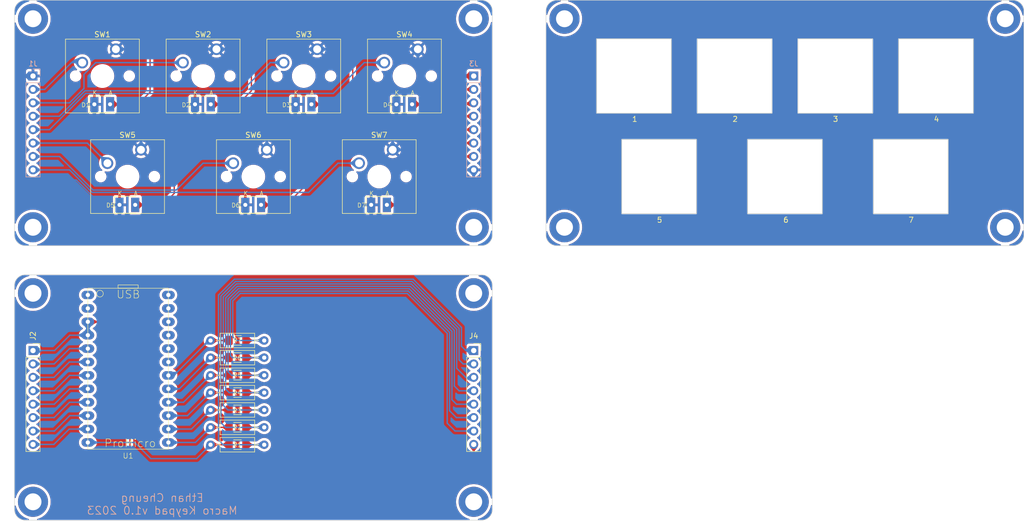
<source format=kicad_pcb>
(kicad_pcb (version 20221018) (generator pcbnew)
  (layers (0 "F.Cu" signal) (31 "B.Cu" signal) (34 "B.Paste" user) (35 "F.Paste" user) (36 "B.SilkS" user "B.Silkscreen") (37 "F.SilkS" user "F.Silkscreen") (38 "B.Mask" user) (39 "F.Mask" user) (44 "Edge.Cuts" user))
  (net 0 "")
  (net 3 "/SW1")
  (net 4 "/GND - SW and LEDs")
  (net 5 "GND")
  (net 6 "Net-(J2-Pin_7)")
  (net 7 "Net-(U1-9)")
  (net 8 "Net-(U1-10)")
  (net 15 "Net-(J2-Pin_2)")
  (net 16 "Net-(J2-Pin_3)")
  (net 17 "Net-(J2-Pin_4)")
  (net 18 "Net-(J2-Pin_5)")
  (net 19 "Net-(J2-Pin_6)")
  (net 20 "Net-(U1-16)")
  (net 21 "Net-(U1-14)")
  (net 22 "Net-(U1-15)")
  (net 23 "Net-(J4-Pin_1)")
  (net 24 "Net-(J4-Pin_2)")
  (net 25 "Net-(J4-Pin_3)")
  (net 26 "Net-(J4-Pin_4)")
  (net 27 "Net-(J4-Pin_5)")
  (net 28 "Net-(J4-Pin_6)")
  (net 29 "Net-(J2-Pin_8)")
  (net 30 "Net-(U1-A0)")
  (net 31 "Net-(U1-A1)")
  (net 32 "Net-(J4-Pin_7)")
  (net 33 "/SW2")
  (net 34 "/SW3")
  (net 35 "/SW4")
  (net 36 "/SW5")
  (net 37 "/SW6")
  (net 38 "/SW7")
  (net 39 "/LED1")
  (net 40 "/LED2")
  (net 41 "/LED3")
  (net 42 "/LED4")
  (net 43 "/LED5")
  (net 44 "/LED6")
  (net 45 "/LED7")
  (footprint "myLibrary:SW_Cherry_MX_1.00u_PCB_with SMD LED.kicad_AO" (layer "F.Cu") (at 97.79 48.26)
    (fp_text reference "SW2")
    (fp_text value "SW_CherryMX_with_SMD_LED_ao")
  )
  (footprint "MountingHole:MountingHole_3.2mm_M3_ISO7380_Pad_TopBottom" (layer "F.Cu") (at 63.063 81.989)
    (fp_text reference "REF**" hide)
    (fp_text value "MountingHole_3.2mm_M3_ISO7380_Pad_TopBottom" hide)
  )
  (footprint "myLibrary:R_Axial_DIN0207_L6.3mm_D2.5mm_P10.16mm_Horizontal" (layer "F.Cu") (at 96.66 106.684)
    (fp_text reference "R6")
    (fp_text value "1k" hide)
  )
  (footprint "MountingHole:MountingHole_3.2mm_M3_ISO7380_Pad_TopBottom" (layer "F.Cu") (at 146.463 42.489)
    (fp_text reference "REF**" hide)
    (fp_text value "MountingHole_3.2mm_M3_ISO7380_Pad_TopBottom" hide)
  )
  (footprint "myLibrary:SW_Cherry_MX_1.00u_PCB_with SMD LED.kicad_AO" (layer "F.Cu") (at 135.89 48.26)
    (fp_text reference "SW4")
    (fp_text value "SW_CherryMX_with_SMD_LED_ao")
  )
  (footprint "MountingHole:MountingHole_3.2mm_M3_ISO7380_Pad_TopBottom" (layer "F.Cu") (at 146.463 133.989)
    (fp_text reference "REF**" hide)
    (fp_text value "MountingHole_3.2mm_M3_ISO7380_Pad_TopBottom" hide)
  )
  (footprint "MountingHole:MountingHole_3.2mm_M3_ISO7380_Pad_TopBottom" (layer "F.Cu") (at 247.039 81.989)
    (fp_text reference "REF**" hide)
    (fp_text value "MountingHole_3.2mm_M3_ISO7380_Pad_TopBottom" hide)
  )
  (footprint "MountingHole:MountingHole_3.2mm_M3_ISO7380_Pad_TopBottom" (layer "F.Cu") (at 146.463 81.989)
    (fp_text reference "REF**" hide)
    (fp_text value "MountingHole_3.2mm_M3_ISO7380_Pad_TopBottom" hide)
  )
  (footprint "MountingHole:MountingHole_3.2mm_M3_ISO7380_Pad_TopBottom" (layer "F.Cu") (at 63.063 133.989)
    (fp_text reference "REF**" hide)
    (fp_text value "MountingHole_3.2mm_M3_ISO7380_Pad_TopBottom" hide)
  )
  (footprint "MountingHole:MountingHole_3.2mm_M3_ISO7380_Pad_TopBottom" (layer "F.Cu") (at 63.063 42.489)
    (fp_text reference "REF**" hide)
    (fp_text value "MountingHole_3.2mm_M3_ISO7380_Pad_TopBottom" hide)
  )
  (footprint "myLibrary:R_Axial_DIN0207_L6.3mm_D2.5mm_P10.16mm_Horizontal" (layer "F.Cu") (at 96.66 110.018)
    (fp_text reference "R5")
    (fp_text value "1k" hide)
  )
  (footprint "myLibrary:SW_Cherry_MX_1.00u_PCB_with SMD LED.kicad_AO" (layer "F.Cu") (at 78.74 48.26)
    (fp_text reference "SW1")
    (fp_text value "SW_CherryMX_with_SMD_LED_ao")
  )
  (footprint "MountingHole:MountingHole_3.2mm_M3_ISO7380_Pad_TopBottom" (layer "F.Cu") (at 163.639 42.489)
    (fp_text reference "REF**" hide)
    (fp_text value "MountingHole_3.2mm_M3_ISO7380_Pad_TopBottom" hide)
  )
  (footprint "myLibrary:SW_Cherry_MX_1.00u_PCB_with SMD LED.kicad_AO" (layer "F.Cu") (at 83.496 67.31)
    (fp_text reference "SW5")
    (fp_text value "SW_CherryMX_with_SMD_LED_ao")
  )
  (footprint "MountingHole:MountingHole_3.2mm_M3_ISO7380_Pad_TopBottom" (layer "F.Cu") (at 247.039 42.489)
    (fp_text reference "REF**" hide)
    (fp_text value "MountingHole_3.2mm_M3_ISO7380_Pad_TopBottom" hide)
  )
  (footprint "myLibrary:R_Axial_DIN0207_L6.3mm_D2.5mm_P10.16mm_Horizontal" (layer "F.Cu") (at 96.66 103.438)
    (fp_text reference "R7")
    (fp_text value "1k" hide)
  )
  (footprint "myLibrary:SW_Cherry_MX_1.00u_PCB_with SMD LED.kicad_AO" (layer "F.Cu") (at 116.84 48.26)
    (fp_text reference "SW3")
    (fp_text value "SW_CherryMX_with_SMD_LED_ao")
  )
  (footprint "myLibrary:R_Axial_DIN0207_L6.3mm_D2.5mm_P10.16mm_Horizontal" (layer "F.Cu") (at 96.66 116.598)
    (fp_text reference "R3")
    (fp_text value "1k" hide)
  )
  (footprint "MountingHole:MountingHole_3.2mm_M3_ISO7380_Pad_TopBottom" (layer "F.Cu") (at 63.063 94.489)
    (fp_text reference "REF**" hide)
    (fp_text value "MountingHole_3.2mm_M3_ISO7380_Pad_TopBottom" hide)
  )
  (footprint "Connector_PinSocket_2.54mm:PinSocket_1x08_P2.54mm_Vertical" (layer "F.Cu") (at 146.463 105.34)
    (fp_text reference "J4")
    (fp_text value "Conn_01x08_Socket")
  )
  (footprint "MountingHole:MountingHole_3.2mm_M3_ISO7380_Pad_TopBottom" (layer "F.Cu") (at 146.463 94.489)
    (fp_text reference "REF**" hide)
    (fp_text value "MountingHole_3.2mm_M3_ISO7380_Pad_TopBottom" hide)
  )
  (footprint "Connector_PinSocket_2.54mm:PinSocket_1x08_P2.54mm_Vertical" (layer "F.Cu") (at 63.063 105.34)
    (fp_text reference "J2")
    (fp_text value "Conn_01x08_Socket" hide)
  )
  (footprint "myLibrary:R_Axial_DIN0207_L6.3mm_D2.5mm_P10.16mm_Horizontal" (layer "F.Cu") (at 96.66 123.178)
    (fp_text reference "R1")
    (fp_text value "1k" hide)
  )
  (footprint "myLibrary:SW_Cherry_MX_1.00u_PCB_with SMD LED.kicad_AO" (layer "F.Cu") (at 107.308 67.31)
    (fp_text reference "SW6")
    (fp_text value "SW_CherryMX_with_SMD_LED_ao")
  )
  (footprint "MountingHole:MountingHole_3.2mm_M3_ISO7380_Pad_TopBottom" (layer "F.Cu") (at 163.639 81.989)
    (fp_text reference "REF**" hide)
    (fp_text value "MountingHole_3.2mm_M3_ISO7380_Pad_TopBottom" hide)
  )
  (footprint "myLibrary:ArduinoMicroCompatibleBoard" (layer "F.Cu") (at 81.063 126.5615)
    (fp_text reference "U1")
    (fp_text value "~" hide)
  )
  (footprint "myLibrary:SW_Cherry_MX_1.00u_PCB_with SMD LED.kicad_AO" (layer "F.Cu") (at 131.121 67.31)
    (fp_text reference "SW7")
    (fp_text value "SW_CherryMX_with_SMD_LED_ao")
  )
  (footprint "myLibrary:R_Axial_DIN0207_L6.3mm_D2.5mm_P10.16mm_Horizontal" (layer "F.Cu") (at 96.66 119.888)
    (fp_text reference "R2")
    (fp_text value "1k" hide)
  )
  (footprint "myLibrary:R_Axial_DIN0207_L6.3mm_D2.5mm_P10.16mm_Horizontal" (layer "F.Cu") (at 96.66 113.308)
    (fp_text reference "R4")
    (fp_text value "1k" hide)
  )
  (footprint "Connector_PinHeader_2.54mm:PinHeader_1x08_P2.54mm_Vertical" (layer "B.Cu") (at 146.463 53.34 180)
    (fp_text reference "J3")
    (fp_text value "Conn_01x08_Pin")
  )
  (footprint "Connector_PinHeader_2.54mm:PinHeader_1x08_P2.54mm_Vertical" (layer "B.Cu") (at 63.063 53.34 180)
    (fp_text reference "J1")
    (fp_text value "Conn_01x08_Pin")
  )
  (gr_arc (start 59.563 93.021) (mid 60.158159 91.584159) (end 61.595 90.989) (stroke (width 0.1)) (layer "Edge.Cuts"))
  (gr_line (start 160.139 41.021) (end 160.139 83.439) (stroke (width 0.1)) (layer "Edge.Cuts"))
  (gr_line (start 59.563 41.021) (end 59.563 83.439) (stroke (width 0.1)) (layer "Edge.Cuts"))
  (gr_arc (start 149.987 135.439) (mid 149.391841 136.875841) (end 147.955 137.471) (stroke (width 0.1)) (layer "Edge.Cuts"))
  (gr_line (start 248.531 38.989) (end 162.171 38.989) (stroke (width 0.1)) (layer "Edge.Cuts"))
  (gr_rect (start 226.863 46.289) (end 241.013 60.389) (stroke (width 0.15)) (fill none) (layer "Edge.Cuts"))
  (gr_line (start 250.563 83.439) (end 250.563 41.021) (stroke (width 0.1)) (layer "Edge.Cuts"))
  (gr_arc (start 147.955 90.989) (mid 149.391841 91.584159) (end 149.987 93.021) (stroke (width 0.1)) (layer "Edge.Cuts"))
  (gr_line (start 59.563 93.021) (end 59.563 135.439) (stroke (width 0.1)) (layer "Edge.Cuts"))
  (gr_rect (start 222.094 65.339) (end 236.244 79.439) (stroke (width 0.15)) (fill none) (layer "Edge.Cuts"))
  (gr_arc (start 248.531 38.989) (mid 249.967841 39.584159) (end 250.563 41.021) (stroke (width 0.1)) (layer "Edge.Cuts"))
  (gr_arc (start 250.563 83.439) (mid 249.967841 84.875841) (end 248.531 85.471) (stroke (width 0.1)) (layer "Edge.Cuts"))
  (gr_rect (start 188.763 46.289) (end 202.913 60.389) (stroke (width 0.15)) (fill none) (layer "Edge.Cuts"))
  (gr_line (start 61.595 85.471) (end 147.955 85.471) (stroke (width 0.1)) (layer "Edge.Cuts"))
  (gr_arc (start 61.595 137.471) (mid 60.158159 136.875841) (end 59.563 135.439) (stroke (width 0.1)) (layer "Edge.Cuts"))
  (gr_rect (start 169.713 46.289) (end 183.863 60.389) (stroke (width 0.15)) (fill none) (layer "Edge.Cuts"))
  (gr_line (start 61.595 137.471) (end 147.955 137.471) (stroke (width 0.1)) (layer "Edge.Cuts"))
  (gr_line (start 162.171 85.471) (end 248.531 85.471) (stroke (width 0.1)) (layer "Edge.Cuts"))
  (gr_arc (start 149.987 83.439) (mid 149.391841 84.87584) (end 147.955 85.471) (stroke (width 0.1)) (layer "Edge.Cuts"))
  (gr_line (start 149.987 83.439) (end 149.987 41.021) (stroke (width 0.1)) (layer "Edge.Cuts"))
  (gr_arc (start 59.563 41.021) (mid 60.158159 39.584159) (end 61.595 38.989) (stroke (width 0.1)) (layer "Edge.Cuts"))
  (gr_arc (start 147.955 38.989) (mid 149.39184 39.584159) (end 149.987 41.021) (stroke (width 0.1)) (layer "Edge.Cuts"))
  (gr_rect (start 207.813 46.289) (end 221.963 60.389) (stroke (width 0.15)) (fill none) (layer "Edge.Cuts"))
  (gr_line (start 147.955 90.989) (end 61.595 90.989) (stroke (width 0.1)) (layer "Edge.Cuts"))
  (gr_line (start 149.987 135.439) (end 149.987 93.021) (stroke (width 0.1)) (layer "Edge.Cuts"))
  (gr_rect (start 174.469 65.339) (end 188.619 79.439) (stroke (width 0.15)) (fill none) (layer "Edge.Cuts"))
  (gr_line (start 147.955 38.989) (end 61.595 38.989) (stroke (width 0.1)) (layer "Edge.Cuts"))
  (gr_arc (start 61.595 85.471) (mid 60.158159 84.875841) (end 59.563 83.439) (stroke (width 0.1)) (layer "Edge.Cuts"))
  (gr_arc (start 162.171 85.471) (mid 160.734159 84.875841) (end 160.139 83.439) (stroke (width 0.1)) (layer "Edge.Cuts"))
  (gr_arc (start 160.139 41.021) (mid 160.734159 39.584159) (end 162.171 38.989) (stroke (width 0.1)) (layer "Edge.Cuts"))
  (gr_rect (start 198.281 65.339) (end 212.431 79.439) (stroke (width 0.15)) (fill none) (layer "Edge.Cuts"))
  (gr_text "Ethan Cheung\nMacro Keypad v1.0 2023" (at 87.503 136.525) (layer "B.SilkS") (effects (font (size 1.5 1.5)) (justify bottom mirror)))
  (gr_text "D7" (at 124.363 78.289) (layer "F.SilkS") (effects (font (size 0.8 0.8) (thickness 0.1)) (justify left bottom)))
  (gr_text "7" (at 228.663 81.189) (layer "F.SilkS") (effects (font (size 1 1)) (justify left bottom)))
  (gr_text "5" (at 181.063 81.189) (layer "F.SilkS") (effects (font (size 1 1)) (justify left bottom)))
  (gr_text "4" (at 233.463 62.089) (layer "F.SilkS") (effects (font (size 1 1)) (justify left bottom)))
  (gr_text "D2" (at 91.163 59.289) (layer "F.SilkS") (effects (font (size 0.8 0.8) (thickness 0.1)) (justify left bottom)))
  (gr_text "2" (at 195.363 62.089) (layer "F.SilkS") (effects (font (size 1 1)) (justify left bottom)))
  (gr_text "D1" (at 72.163 59.289) (layer "F.SilkS") (effects (font (size 0.8 0.8) (thickness 0.1)) (justify left bottom)))
  (gr_text "D3" (at 110.163 59.289) (layer "F.SilkS") (effects (font (size 0.8 0.8) (thickness 0.1)) (justify left bottom)))
  (gr_text "D5" (at 76.863 78.289) (layer "F.SilkS") (effects (font (size 0.8 0.8) (thickness 0.1)) (justify left bottom)))
  (gr_text "6" (at 204.963 81.189) (layer "F.SilkS") (effects (font (size 1 1)) (justify left bottom)))
  (gr_text "1" (at 176.363 62.089) (layer "F.SilkS") (effects (font (size 1 1)) (justify left bottom)))
  (gr_text "D4" (at 129.263 59.289) (layer "F.SilkS") (effects (font (size 0.8 0.8) (thickness 0.1)) (justify left bottom)))
  (gr_text "D6" (at 100.563 78.289) (layer "F.SilkS") (effects (font (size 0.8 0.8) (thickness 0.1)) (justify left bottom)))
  (gr_text "3" (at 214.363 62.089) (layer "F.SilkS") (effects (font (size 1 1)) (justify left bottom)))
  (segment (start 63.063 55.88) (end 65.278 55.88) (width 0.25) (layer "B.Cu") (net 3))
  (segment (start 65.278 55.88) (end 70.358 50.8) (width 0.25) (layer "B.Cu") (net 3))
  (segment (start 70.358 50.8) (end 72.39 50.8) (width 0.25) (layer "B.Cu") (net 3))
  (segment (start 101.981 81.153) (end 125.73 81.153) (width 0.25) (layer "B.Cu") (net 4))
  (segment (start 80.391 81.153) (end 80.645 81.153) (width 0.25) (layer "B.Cu") (net 4))
  (segment (start 127.0565 80.3345) (end 127.0565 77.744) (width 0.25) (layer "B.Cu") (net 4))
  (segment (start 93.7255 60.5795) (end 92.329 61.976) (width 0.25) (layer "B.Cu") (net 4))
  (segment (start 74.6755 58.694) (end 74.6755 60.8325) (width 0.25) (layer "B.Cu") (net 4))
  (segment (start 92.329 61.976) (end 105.791 61.976) (width 0.25) (layer "B.Cu") (net 4))
  (segment (start 111.252 61.976) (end 130.048 61.976) (width 0.25) (layer "B.Cu") (net 4))
  (segment (start 61.087 73.025) (end 71.244208 73.025) (width 0.25) (layer "B.Cu") (net 4))
  (segment (start 134.62 56.261) (end 132.334 56.261) (width 0.25) (layer "B.Cu") (net 4))
  (segment (start 80.645 81.153) (end 101.981 81.153) (width 0.25) (layer "B.Cu") (net 4))
  (segment (start 79.4315 80.1935) (end 80.391 81.153) (width 0.25) (layer "B.Cu") (net 4))
  (segment (start 61.214 53.34) (end 60.579 53.975) (width 0.25) (layer "B.Cu") (net 4))
  (segment (start 146.463 71.12) (end 142.875 71.12) (width 0.25) (layer "B.Cu") (net 4))
  (segment (start 60.579 53.975) (end 60.579 72.517) (width 0.25) (layer "B.Cu") (net 4))
  (segment (start 139.827 81.153) (end 146.463 74.517) (width 0.25) (layer "B.Cu") (net 4))
  (segment (start 131.064 61.976) (end 131.8255 61.2145) (width 0.25) (layer "B.Cu") (net 4))
  (segment (start 136.398 54.483) (end 134.62 56.261) (width 0.25) (layer "B.Cu") (net 4))
  (segment (start 131.8255 61.2145) (end 131.8255 58.694) (width 0.25) (layer "B.Cu") (net 4))
  (segment (start 83.496 63.176) (end 82.296 61.976) (width 0.25) (layer "B.Cu") (net 4))
  (segment (start 139.065 67.31) (end 131.121 67.31) (width 0.25) (layer "B.Cu") (net 4))
  (segment (start 126.238 81.153) (end 127.0565 80.3345) (width 0.25) (layer "B.Cu") (net 4))
  (segment (start 103.2435 79.8905) (end 101.981 81.153) (width 0.25) (layer "B.Cu") (net 4))
  (segment (start 93.7255 58.694) (end 93.7255 60.5795) (width 0.25) (layer "B.Cu") (net 4))
  (segment (start 71.244208 73.025) (end 79.372208 81.153) (width 0.25) (layer "B.Cu") (net 4))
  (segment (start 107.308 63.493) (end 105.791 61.976) (width 0.25) (layer "B.Cu") (net 4))
  (segment (start 79.4315 77.744) (end 79.4315 80.1935) (width 0.25) (layer "B.Cu") (net 4))
  (segment (start 105.791 61.976) (end 111.252 61.976) (width 0.25) (layer "B.Cu") (net 4))
  (segment (start 74.6755 60.8325) (end 75.819 61.976) (width 0.25) (layer "B.Cu") (net 4))
  (segment (start 103.2435 77.744) (end 103.2435 79.8905) (width 0.25) (layer "B.Cu") (net 4))
  (segment (start 60.579 72.517) (end 61.087 73.025) (width 0.25) (layer "B.Cu") (net 4))
  (segment (start 78.74 48.26) (end 97.79 48.26) (width 0.25) (layer "B.Cu") (net 4))
  (segment (start 146.463 74.517) (end 146.463 71.12) (width 0.25) (layer "B.Cu") (net 4))
  (segment (start 75.819 61.976) (end 82.296 61.976) (width 0.25) (layer "B.Cu") (net 4))
  (segment (start 131.121 63.049) (end 130.048 61.976) (width 0.25) (layer "B.Cu") (net 4))
  (segment (start 83.496 67.31) (end 83.496 63.176) (width 0.25) (layer "B.Cu") (net 4))
  (segment (start 97.79 48.26) (end 116.84 48.26) (width 0.25) (layer "B.Cu") (net 4))
  (segment (start 112.7755 60.4525) (end 111.252 61.976) (width 0.25) (layer "B.Cu") (net 4))
  (segment (start 125.73 81.153) (end 126.238 81.153) (width 0.25) (layer "B.Cu") (net 4))
  (segment (start 131.8255 56.7695) (end 131.8255 58.694) (width 0.25) (layer "B.Cu") (net 4))
  (segment (start 142.875 71.12) (end 139.065 67.31) (width 0.25) (layer "B.Cu") (net 4))
  (segment (start 107.308 67.31) (end 107.308 63.493) (width 0.25) (layer "B.Cu") (net 4))
  (segment (start 135.89 50.419) (end 136.398 50.927) (width 0.25) (layer "B.Cu") (net 4))
  (segment (start 125.73 81.153) (end 139.827 81.153) (width 0.25) (layer "B.Cu") (net 4))
  (segment (start 116.84 48.26) (end 135.89 48.26) (width 0.25) (layer "B.Cu") (net 4))
  (segment (start 131.121 67.31) (end 131.121 63.049) (width 0.25) (layer "B.Cu") (net 4))
  (segment (start 82.296 61.976) (end 92.329 61.976) (width 0.25) (layer "B.Cu") (net 4))
  (segment (start 79.372208 81.153) (end 80.645 81.153) (width 0.25) (layer "B.Cu") (net 4))
  (segment (start 63.063 53.34) (end 61.214 53.34) (width 0.25) (layer "B.Cu") (net 4))
  (segment (start 136.398 50.927) (end 136.398 54.483) (width 0.25) (layer "B.Cu") (net 4))
  (segment (start 132.334 56.261) (end 131.8255 56.7695) (width 0.25) (layer "B.Cu") (net 4))
  (segment (start 135.89 48.26) (end 135.89 50.419) (width 0.25) (layer "B.Cu") (net 4))
  (segment (start 112.7755 58.694) (end 112.7755 60.4525) (width 0.25) (layer "B.Cu") (net 4))
  (segment (start 130.048 61.976) (end 131.064 61.976) (width 0.25) (layer "B.Cu") (net 4))
  (segment (start 83.439 128.143) (end 144.399 128.143) (width 0.25) (layer "F.Cu") (net 5))
  (segment (start 73.443 99.8915) (end 79.5715 99.8915) (width 0.25) (layer "F.Cu") (net 5))
  (segment (start 81.407 101.727) (end 81.407 126.111) (width 0.25) (layer "F.Cu") (net 5))
  (segment (start 79.5715 99.8915) (end 81.407 101.727) (width 0.25) (layer "F.Cu") (net 5))
  (segment (start 144.399 128.143) (end 146.463 126.079) (width 0.25) (layer "F.Cu") (net 5))
  (segment (start 146.463 126.079) (end 146.463 123.12) (width 0.25) (layer "F.Cu") (net 5))
  (segment (start 81.407 126.111) (end 83.439 128.143) (width 0.25) (layer "F.Cu") (net 5))
  (segment (start 63.063 105.34) (end 67.137 105.34) (width 0.25) (layer "B.Cu") (net 5))
  (segment (start 73.443 99.8915) (end 73.443 102.4315) (width 0.25) (layer "B.Cu") (net 5))
  (segment (start 70.0455 102.4315) (end 73.443 102.4315) (width 0.25) (layer "B.Cu") (net 5))
  (segment (start 67.137 105.34) (end 70.0455 102.4315) (width 0.25) (layer "B.Cu") (net 5))
  (segment (start 70.0305 117.6715) (end 73.443 117.6715) (width 0.25) (layer "B.Cu") (net 6))
  (segment (start 63.063 120.58) (end 67.054 120.58) (width 0.25) (layer "B.Cu") (net 6))
  (segment (start 67.054 120.58) (end 67.088 120.614) (width 0.25) (layer "B.Cu") (net 6))
  (segment (start 67.088 120.614) (end 70.0305 117.6715) (width 0.25) (layer "B.Cu") (net 6))
  (segment (start 96.66 123.178) (end 100.19 123.178) (width 0.25) (layer "F.Cu") (net 7))
  (segment (start 100.19 123.178) (end 100.21 123.158) (width 0.25) (layer "F.Cu") (net 7))
  (segment (start 82.3005 122.7515) (end 85.363 125.814) (width 0.25) (layer "B.Cu") (net 7))
  (segment (start 73.443 122.7515) (end 82.3005 122.7515) (width 0.25) (layer "B.Cu") (net 7))
  (segment (start 85.363 125.814) (end 94.024 125.814) (width 0.25) (layer "B.Cu") (net 7))
  (segment (start 94.024 125.814) (end 96.66 123.178) (width 0.25) (layer "B.Cu") (net 7))
  (segment (start 100.21 119.868) (end 100.19 119.888) (width 0.25) (layer "F.Cu") (net 8))
  (segment (start 100.19 119.888) (end 96.66 119.888) (width 0.25) (layer "F.Cu") (net 8))
  (segment (start 88.683 122.7515) (end 93.7965 122.7515) (width 0.25) (layer "B.Cu") (net 8))
  (segment (start 93.7965 122.7515) (end 96.66 119.888) (width 0.25) (layer "B.Cu") (net 8))
  (segment (start 63.063 107.88) (end 67.072 107.88) (width 0.25) (layer "B.Cu") (net 15))
  (segment (start 67.072 107.88) (end 69.9805 104.9715) (width 0.25) (layer "B.Cu") (net 15))
  (segment (start 69.9805 104.9715) (end 73.443 104.9715) (width 0.25) (layer "B.Cu") (net 15))
  (segment (start 67.032 110.42) (end 69.9405 107.5115) (width 0.25) (layer "B.Cu") (net 16))
  (segment (start 69.9405 107.5115) (end 73.443 107.5115) (width 0.25) (layer "B.Cu") (net 16))
  (segment (start 63.063 110.42) (end 67.032 110.42) (width 0.25) (layer "B.Cu") (net 16))
  (segment (start 67.092 112.96) (end 70.0005 110.0515) (width 0.25) (layer "B.Cu") (net 17))
  (segment (start 63.063 112.96) (end 67.092 112.96) (width 0.25) (layer "B.Cu") (net 17))
  (segment (start 70.0005 110.0515) (end 73.443 110.0515) (width 0.25) (layer "B.Cu") (net 17))
  (segment (start 67.102 115.5) (end 69.988 112.614) (width 0.25) (layer "B.Cu") (net 18))
  (segment (start 70.038 112.614) (end 70.0605 112.5915) (width 0.25) (layer "B.Cu") (net 18))
  (segment (start 69.988 112.614) (end 70.038 112.614) (width 0.25) (layer "B.Cu") (net 18))
  (segment (start 63.063 115.5) (end 67.102 115.5) (width 0.25) (layer "B.Cu") (net 18))
  (segment (start 70.0605 112.5915) (end 73.443 112.5915) (width 0.25) (layer "B.Cu") (net 18))
  (segment (start 69.9705 115.1315) (end 73.443 115.1315) (width 0.25) (layer "B.Cu") (net 19))
  (segment (start 67.014 118.04) (end 67.038 118.064) (width 0.25) (layer "B.Cu") (net 19))
  (segment (start 67.038 118.064) (end 69.9705 115.1315) (width 0.25) (layer "B.Cu") (net 19))
  (segment (start 63.063 118.04) (end 67.014 118.04) (width 0.25) (layer "B.Cu") (net 19))
  (segment (start 100.19 116.598) (end 100.21 116.578) (width 0.25) (layer "F.Cu") (net 20))
  (segment (start 96.66 116.598) (end 100.19 116.598) (width 0.25) (layer "F.Cu") (net 20))
  (segment (start 88.683 120.2115) (end 93.0465 120.2115) (width 0.25) (layer "B.Cu") (net 20))
  (segment (start 93.0465 120.2115) (end 96.66 116.598) (width 0.25) (layer "B.Cu") (net 20))
  (segment (start 100.19 113.308) (end 96.66 113.308) (width 0.25) (layer "F.Cu") (net 21))
  (segment (start 100.21 113.288) (end 100.19 113.308) (width 0.25) (layer "F.Cu") (net 21))
  (segment (start 88.683 117.6715) (end 92.2965 117.6715) (width 0.25) (layer "B.Cu") (net 21))
  (segment (start 92.2965 117.6715) (end 96.66 113.308) (width 0.25) (layer "B.Cu") (net 21))
  (segment (start 100.21 109.998) (end 100.19 110.018) (width 0.25) (layer "F.Cu") (net 22))
  (segment (start 100.19 110.018) (end 96.66 110.018) (width 0.25) (layer "F.Cu") (net 22))
  (segment (start 91.5465 115.1315) (end 96.66 110.018) (width 0.25) (layer "B.Cu") (net 22))
  (segment (start 88.683 115.1315) (end 91.5465 115.1315) (width 0.25) (layer "B.Cu") (net 22))
  (segment (start 103.31 123.158) (end 103.33 123.178) (width 0.25) (layer "F.Cu") (net 23))
  (segment (start 103.33 123.178) (end 106.82 123.178) (width 0.25) (layer "F.Cu") (net 23))
  (segment (start 144.964 105.34) (end 144.145 104.521) (width 0.25) (layer "B.Cu") (net 23))
  (segment (start 98.171 94.821208) (end 98.171 122.301) (width 0.25) (layer "B.Cu") (net 23))
  (segment (start 144.145 104.521) (end 144.145 100.965) (width 0.25) (layer "B.Cu") (net 23))
  (segment (start 144.145 100.965) (end 135.001 91.821) (width 0.25) (layer "B.Cu") (net 23))
  (segment (start 146.463 105.34) (end 144.964 105.34) (width 0.25) (layer "B.Cu") (net 23))
  (segment (start 98.171 122.301) (end 99.048 123.178) (width 0.25) (layer "B.Cu") (net 23))
  (segment (start 101.171208 91.821) (end 98.171 94.821208) (width 0.25) (layer "B.Cu") (net 23))
  (segment (start 135.001 91.821) (end 101.171208 91.821) (width 0.25) (layer "B.Cu") (net 23))
  (segment (start 99.048 123.178) (end 106.82 123.178) (width 0.25) (layer "B.Cu") (net 23))
  (segment (start 103.31 119.868) (end 103.33 119.888) (width 0.25) (layer "F.Cu") (net 24))
  (segment (start 103.33 119.888) (end 106.82 119.888) (width 0.25) (layer "F.Cu") (net 24))
  (segment (start 98.621 95.007604) (end 98.621 118.999) (width 0.25) (layer "B.Cu") (net 24))
  (segment (start 99.51 119.888) (end 106.82 119.888) (width 0.25) (layer "B.Cu") (net 24))
  (segment (start 134.814604 92.271) (end 101.357604 92.271) (width 0.25) (layer "B.Cu") (net 24))
  (segment (start 143.695 107.119) (end 143.695 101.151396) (width 0.25) (layer "B.Cu") (net 24))
  (segment (start 143.695 101.151396) (end 134.814604 92.271) (width 0.25) (layer "B.Cu") (net 24))
  (segment (start 101.357604 92.271) (end 98.621 95.007604) (width 0.25) (layer "B.Cu") (net 24))
  (segment (start 98.621 118.999) (end 99.51 119.888) (width 0.25) (layer "B.Cu") (net 24))
  (segment (start 144.456 107.88) (end 143.695 107.119) (width 0.25) (layer "B.Cu") (net 24))
  (segment (start 146.463 107.88) (end 144.456 107.88) (width 0.25) (layer "B.Cu") (net 24))
  (segment (start 103.31 116.578) (end 103.33 116.598) (width 0.25) (layer "F.Cu") (net 25))
  (segment (start 103.33 116.598) (end 106.82 116.598) (width 0.25) (layer "F.Cu") (net 25))
  (segment (start 143.245 101.337792) (end 134.628208 92.721) (width 0.25) (layer "B.Cu") (net 25))
  (segment (start 99.3715 116.0205) (end 99.949 116.598) (width 0.25) (layer "B.Cu") (net 25))
  (segment (start 99.071 115.72) (end 99.3715 116.0205) (width 0.25) (layer "B.Cu") (net 25))
  (segment (start 144.964 110.42) (end 143.245 108.701) (width 0.25) (layer "B.Cu") (net 25))
  (segment (start 101.544 92.721) (end 99.071 95.194) (width 0.25) (layer "B.Cu") (net 25))
  (segment (start 134.628208 92.721) (end 101.544 92.721) (width 0.25) (layer "B.Cu") (net 25))
  (segment (start 99.071 95.194) (end 99.071 115.72) (width 0.25) (layer "B.Cu") (net 25))
  (segment (start 146.463 110.42) (end 144.964 110.42) (width 0.25) (layer "B.Cu") (net 25))
  (segment (start 143.245 108.701) (end 143.245 101.337792) (width 0.25) (layer "B.Cu") (net 25))
  (segment (start 99.949 116.598) (end 106.82 116.598) (width 0.25) (layer "B.Cu") (net 25))
  (segment (start 103.33 113.308) (end 106.82 113.308) (width 0.25) (layer "F.Cu") (net 26))
  (segment (start 103.31 113.288) (end 103.33 113.308) (width 0.25) (layer "F.Cu") (net 26))
  (segment (start 106.82 113.308) (end 100.18 113.308) (width 0.25) (layer "B.Cu") (net 26))
  (segment (start 100.18 113.308) (end 99.521 112.649) (width 0.25) (layer "B.Cu") (net 26))
  (segment (start 142.795 112.061) (end 143.694 112.96) (width 0.25) (layer "B.Cu") (net 26))
  (segment (start 142.795 101.524188) (end 142.795 112.061) (width 0.25) (layer "B.Cu") (net 26))
  (segment (start 143.694 112.96) (end 146.463 112.96) (width 0.25) (layer "B.Cu") (net 26))
  (segment (start 99.521 95.380396) (end 101.727 93.174396) (width 0.25) (layer "B.Cu") (net 26))
  (segment (start 134.445208 93.174396) (end 142.795 101.524188) (width 0.25) (layer "B.Cu") (net 26))
  (segment (start 101.727 93.174396) (end 134.445208 93.174396) (width 0.25) (layer "B.Cu") (net 26))
  (segment (start 99.521 112.649) (end 99.521 95.380396) (width 0.25) (layer "B.Cu") (net 26))
  (segment (start 106.82 110.018) (end 103.33 110.018) (width 0.25) (layer "F.Cu") (net 27))
  (segment (start 103.33 110.018) (end 103.31 109.998) (width 0.25) (layer "F.Cu") (net 27))
  (segment (start 99.971 95.566792) (end 99.971 109.347) (width 0.25) (layer "B.Cu") (net 27))
  (segment (start 146.463 115.5) (end 143.186 115.5) (width 0.25) (layer "B.Cu") (net 27))
  (segment (start 142.345 101.710584) (end 134.258812 93.624396) (width 0.25) (layer "B.Cu") (net 27))
  (segment (start 100.642 110.018) (end 106.82 110.018) (width 0.25) (layer "B.Cu") (net 27))
  (segment (start 143.186 115.5) (end 142.345 114.659) (width 0.25) (layer "B.Cu") (net 27))
  (segment (start 101.913396 93.624396) (end 99.971 95.566792) (width 0.25) (layer "B.Cu") (net 27))
  (segment (start 99.971 109.347) (end 100.642 110.018) (width 0.25) (layer "B.Cu") (net 27))
  (segment (start 142.345 114.659) (end 142.345 101.710584) (width 0.25) (layer "B.Cu") (net 27))
  (segment (start 134.258812 93.624396) (end 101.913396 93.624396) (width 0.25) (layer "B.Cu") (net 27))
  (segment (start 103.31 106.664) (end 103.33 106.684) (width 0.25) (layer "F.Cu") (net 28))
  (segment (start 103.33 106.684) (end 106.82 106.684) (width 0.25) (layer "F.Cu") (net 28))
  (segment (start 100.421 95.753188) (end 102.099792 94.074396) (width 0.25) (layer "B.Cu") (net 28))
  (segment (start 100.806 106.684) (end 100.421 106.299) (width 0.25) (layer "B.Cu") (net 28))
  (segment (start 141.895 116.749) (end 143.186 118.04) (width 0.25) (layer "B.Cu") (net 28))
  (segment (start 100.421 106.299) (end 100.421 95.753188) (width 0.25) (layer "B.Cu") (net 28))
  (segment (start 143.186 118.04) (end 146.463 118.04) (width 0.25) (layer "B.Cu") (net 28))
  (segment (start 106.82 106.684) (end 100.806 106.684) (width 0.25) (layer "B.Cu") (net 28))
  (segment (start 134.072416 94.074396) (end 141.895 101.89698) (width 0.25) (layer "B.Cu") (net 28))
  (segment (start 102.099792 94.074396) (end 134.072416 94.074396) (width 0.25) (layer "B.Cu") (net 28))
  (segment (start 141.895 101.89698) (end 141.895 116.749) (width 0.25) (layer "B.Cu") (net 28))
  (segment (start 67.007 123.12) (end 69.9155 120.2115) (width 0.25) (layer "B.Cu") (net 29))
  (segment (start 63.063 123.12) (end 67.007 123.12) (width 0.25) (layer "B.Cu") (net 29))
  (segment (start 69.9155 120.2115) (end 73.443 120.2115) (width 0.25) (layer "B.Cu") (net 29))
  (segment (start 100.19 106.684) (end 100.21 106.664) (width 0.25) (layer "F.Cu") (net 30))
  (segment (start 96.66 106.684) (end 100.19 106.684) (width 0.25) (layer "F.Cu") (net 30))
  (segment (start 90.7525 112.5915) (end 96.66 106.684) (width 0.25) (layer "B.Cu") (net 30))
  (segment (start 88.683 112.5915) (end 90.7525 112.5915) (width 0.25) (layer "B.Cu") (net 30))
  (segment (start 100.21 103.418) (end 100.19 103.438) (width 0.25) (layer "F.Cu") (net 31))
  (segment (start 100.19 103.438) (end 96.66 103.438) (width 0.25) (layer "F.Cu") (net 31))
  (segment (start 96.333 103.438) (end 96.66 103.438) (width 0.25) (layer "B.Cu") (net 31))
  (segment (start 88.683 110.0515) (end 89.7195 110.0515) (width 0.25) (layer "B.Cu") (net 31))
  (segment (start 89.7195 110.0515) (end 96.333 103.438) (width 0.25) (layer "B.Cu") (net 31))
  (segment (start 103.33 103.438) (end 103.31 103.418) (width 0.25) (layer "F.Cu") (net 32))
  (segment (start 106.82 103.438) (end 103.33 103.438) (width 0.25) (layer "F.Cu") (net 32))
  (segment (start 101.566 103.438) (end 100.871 102.743) (width 0.25) (layer "B.Cu") (net 32))
  (segment (start 106.82 103.438) (end 101.566 103.438) (width 0.25) (layer "B.Cu") (net 32))
  (segment (start 133.88602 94.524396) (end 141.445 102.083376) (width 0.25) (layer "B.Cu") (net 32))
  (segment (start 100.871 95.939584) (end 102.286188 94.524396) (width 0.25) (layer "B.Cu") (net 32))
  (segment (start 142.932 120.58) (end 146.463 120.58) (width 0.25) (layer "B.Cu") (net 32))
  (segment (start 102.286188 94.524396) (end 133.88602 94.524396) (width 0.25) (layer "B.Cu") (net 32))
  (segment (start 141.445 102.083376) (end 141.445 119.093) (width 0.25) (layer "B.Cu") (net 32))
  (segment (start 141.445 119.093) (end 142.932 120.58) (width 0.25) (layer "B.Cu") (net 32))
  (segment (start 100.871 102.743) (end 100.871 95.939584) (width 0.25) (layer "B.Cu") (net 32))
  (segment (start 74.93 50.8) (end 72.706802 53.023198) (width 0.25) (layer "B.Cu") (net 33))
  (segment (start 91.44 50.8) (end 74.93 50.8) (width 0.25) (layer "B.Cu") (net 33))
  (segment (start 72.706802 55.688802) (end 69.975604 58.42) (width 0.25) (layer "B.Cu") (net 33))
  (segment (start 72.706802 53.023198) (end 72.706802 55.688802) (width 0.25) (layer "B.Cu") (net 33))
  (segment (start 69.975604 58.42) (end 63.063 58.42) (width 0.25) (layer "B.Cu") (net 33))
  (segment (start 68.072 60.96) (end 72.898 56.134) (width 0.25) (layer "B.Cu") (net 34))
  (segment (start 102.616 56.134) (end 107.95 50.8) (width 0.25) (layer "B.Cu") (net 34))
  (segment (start 63.063 60.96) (end 68.072 60.96) (width 0.25) (layer "B.Cu") (net 34))
  (segment (start 107.95 50.8) (end 110.49 50.8) (width 0.25) (layer "B.Cu") (net 34))
  (segment (start 72.898 56.134) (end 102.616 56.134) (width 0.25) (layer "B.Cu") (net 34))
  (segment (start 119.888 56.642) (end 125.73 50.8) (width 0.25) (layer "B.Cu") (net 35))
  (segment (start 66.168396 63.5) (end 73.026396 56.642) (width 0.25) (layer "B.Cu") (net 35))
  (segment (start 73.026396 56.642) (end 119.888 56.642) (width 0.25) (layer "B.Cu") (net 35))
  (segment (start 125.73 50.8) (end 129.54 50.8) (width 0.25) (layer "B.Cu") (net 35))
  (segment (start 63.063 63.5) (end 66.168396 63.5) (width 0.25) (layer "B.Cu") (net 35))
  (segment (start 73.336 66.04) (end 74.006 66.71) (width 0.25) (layer "B.Cu") (net 36))
  (segment (start 74.006 66.71) (end 77.146 69.85) (width 0.25) (layer "B.Cu") (net 36))
  (segment (start 63.063 66.04) (end 73.336 66.04) (width 0.25) (layer "B.Cu") (net 36))
  (segment (start 90.17 74.93) (end 95.25 69.85) (width 0.25) (layer "B.Cu") (net 37))
  (segment (start 68.072 68.58) (end 74.295 74.803) (width 0.25) (layer "B.Cu") (net 37))
  (segment (start 90.17 74.93) (end 75.946 74.93) (width 0.25) (layer "B.Cu") (net 37))
  (segment (start 76.073 74.93) (end 90.17 74.93) (width 0.25) (layer "B.Cu") (net 37))
  (segment (start 63.063 68.58) (end 68.072 68.58) (width 0.25) (layer "B.Cu") (net 37))
  (segment (start 95.25 69.85) (end 100.958 69.85) (width 0.25) (layer "B.Cu") (net 37))
  (segment (start 74.295 74.803) (end 74.422 74.93) (width 0.25) (layer "B.Cu") (net 37))
  (segment (start 74.422 74.93) (end 76.073 74.93) (width 0.25) (layer "B.Cu") (net 37))
  (segment (start 115.247 75.38) (end 74.235604 75.38) (width 0.25) (layer "B.Cu") (net 38))
  (segment (start 124.771 69.85) (end 120.777 69.85) (width 0.25) (layer "B.Cu") (net 38))
  (segment (start 120.777 69.85) (end 115.247 75.38) (width 0.25) (layer "B.Cu") (net 38))
  (segment (start 69.975604 71.12) (end 63.063 71.12) (width 0.25) (layer "B.Cu") (net 38))
  (segment (start 74.235604 75.38) (end 69.975604 71.12) (width 0.25) (layer "B.Cu") (net 38))
  (segment (start 144.653 53.34) (end 146.463 53.34) (width 0.25) (layer "F.Cu") (net 39))
  (segment (start 144.213302 52.900302) (end 144.653 53.34) (width 0.25) (layer "F.Cu") (net 39))
  (segment (start 141.282698 44.508698) (end 144.213302 47.439302) (width 0.25) (layer "F.Cu") (net 39))
  (segment (start 144.213302 47.439302) (end 144.213302 52.900302) (width 0.25) (layer "F.Cu") (net 39))
  (segment (start 86.936302 44.508698) (end 141.282698 44.508698) (width 0.25) (layer "F.Cu") (net 39))
  (segment (start 85.217 46.228) (end 86.936302 44.508698) (width 0.25) (layer "F.Cu") (net 39))
  (segment (start 82.697 58.694) (end 82.804 58.801) (width 0.25) (layer "F.Cu") (net 39))
  (segment (start 77.6505 58.694) (end 82.697 58.694) (width 0.25) (layer "F.Cu") (net 39))
  (segment (start 85.217 56.388) (end 85.217 46.228) (width 0.25) (layer "F.Cu") (net 39))
  (segment (start 82.804 58.801) (end 85.217 56.388) (width 0.25) (layer "F.Cu") (net 39))
  (segment (start 101.834 58.694) (end 104.394 56.134) (width 0.25) (layer "F.Cu") (net 40))
  (segment (start 143.763302 54.990302) (end 144.653 55.88) (width 0.25) (layer "F.Cu") (net 40))
  (segment (start 105.790302 44.958698) (end 141.096302 44.958698) (width 0.25) (layer "F.Cu") (net 40))
  (segment (start 144.653 55.88) (end 146.463 55.88) (width 0.25) (layer "F.Cu") (net 40))
  (segment (start 104.394 56.134) (end 104.394 46.355) (width 0.25) (layer "F.Cu") (net 40))
  (segment (start 143.763302 47.625698) (end 143.763302 54.990302) (width 0.25) (layer "F.Cu") (net 40))
  (segment (start 141.096302 44.958698) (end 143.763302 47.625698) (width 0.25) (layer "F.Cu") (net 40))
  (segment (start 104.394 46.355) (end 105.790302 44.958698) (width 0.25) (layer "F.Cu") (net 40))
  (segment (start 96.7005 58.694) (end 101.834 58.694) (width 0.25) (layer "F.Cu") (net 40))
  (segment (start 123.571 47.752) (end 123.571 56.261) (width 0.25) (layer "F.Cu") (net 41))
  (segment (start 143.313302 47.821698) (end 140.900302 45.408698) (width 0.25) (layer "F.Cu") (net 41))
  (segment (start 146.463 58.42) (end 144.907 58.42) (width 0.25) (layer "F.Cu") (net 41))
  (segment (start 140.900302 45.408698) (end 125.914302 45.408698) (width 0.25) (layer "F.Cu") (net 41))
  (segment (start 143.313302 56.826302) (end 143.313302 47.821698) (width 0.25) (layer "F.Cu") (net 41))
  (segment (start 125.914302 45.408698) (end 123.571 47.752) (width 0.25) (layer "F.Cu") (net 41))
  (segment (start 121.138 58.694) (end 115.7505 58.694) (width 0.25) (layer "F.Cu") (net 41))
  (segment (start 144.907 58.42) (end 143.313302 56.826302) (width 0.25) (layer "F.Cu") (net 41))
  (segment (start 123.571 56.261) (end 121.138 58.694) (width 0.25) (layer "F.Cu") (net 41))
  (segment (start 141.478 58.674) (end 141.458 58.694) (width 0.25) (layer "F.Cu") (net 42))
  (segment (start 144.145 60.96) (end 141.859 58.674) (width 0.25) (layer "F.Cu") (net 42))
  (segment (start 141.458 58.694) (end 134.8005 58.694) (width 0.25) (layer "F.Cu") (net 42))
  (segment (start 141.859 58.674) (end 141.478 58.674) (width 0.25) (layer "F.Cu") (net 42))
  (segment (start 146.463 60.96) (end 144.145 60.96) (width 0.25) (layer "F.Cu") (net 42))
  (segment (start 87.61 77.744) (end 89.789 75.565) (width 0.25) (layer "F.Cu") (net 43))
  (segment (start 82.4065 77.744) (end 87.61 77.744) (width 0.25) (layer "F.Cu") (net 43))
  (segment (start 89.789 75.565) (end 89.789 65.659) (width 0.25) (layer "F.Cu") (net 43))
  (segment (start 89.789 65.659) (end 91.948 63.5) (width 0.25) (layer "F.Cu") (net 43))
  (segment (start 91.948 63.5) (end 146.463 63.5) (width 0.25) (layer "F.Cu") (net 43))
  (segment (start 110.978 77.744) (end 106.2185 77.744) (width 0.25) (layer "F.Cu") (net 44))
  (segment (start 115.951 63.95) (end 113.919 65.982) (width 0.25) (layer "F.Cu") (net 44))
  (segment (start 142.055 63.95) (end 115.951 63.95) (width 0.25) (layer "F.Cu") (net 44))
  (segment (start 144.145 66.04) (end 142.055 63.95) (width 0.25) (layer "F.Cu") (net 44))
  (segment (start 146.463 66.04) (end 144.145 66.04) (width 0.25) (layer "F.Cu") (net 44))
  (segment (start 113.919 65.982) (end 113.919 74.803) (width 0.25) (layer "F.Cu") (net 44))
  (segment (start 113.919 74.803) (end 110.978 77.744) (width 0.25) (layer "F.Cu") (net 44))
  (segment (start 137.795 74.803) (end 134.854 77.744) (width 0.25) (layer "F.Cu") (net 45))
  (segment (start 134.854 77.744) (end 130.0315 77.744) (width 0.25) (layer "F.Cu") (net 45))
  (segment (start 137.795 69.723) (end 137.795 74.803) (width 0.25) (layer "F.Cu") (net 45))
  (segment (start 138.938 68.58) (end 137.795 69.723) (width 0.25) (layer "F.Cu") (net 45))
  (segment (start 146.463 68.58) (end 138.938 68.58) (width 0.25) (layer "F.Cu") (net 45))
  (zone (net 0) (net_name "") (layer "F.Cu") (priority 5) (connect_pads (clearance 0.5)) (min_thickness 0.25) (fill yes (thermal_gap 0.5) (thermal_bridge_width 0.5) (island_removal_mode 1) (island_area_min 10))
    (polygon (pts (xy 160.147 38.989) (xy 160.147 85.471) (xy 250.571 85.471) (xy 250.571 38.989)))
  )
  (zone (net 4) (net_name "/GND - SW and LEDs") (layer "F.Cu") (priority 4) (connect_pads (clearance 0.5)) (min_thickness 0.25) (fill yes (thermal_gap 0.5) (thermal_bridge_width 0.5) (island_removal_mode 1) (island_area_min 10))
    (polygon (pts (xy 59.563 90.805) (xy 59.563 137.541) (xy 149.987 137.795) (xy 149.987 91.059)))
  )
  (zone (net 4) (net_name "/GND - SW and LEDs") (layer "F.Cu") (priority 3) (connect_pads (clearance 0.5)) (min_thickness 0.25) (fill yes (thermal_gap 0.5) (thermal_bridge_width 0.5))
    (polygon (pts (xy 59.563 38.989) (xy 59.563 85.471) (xy 149.987 85.471) (xy 149.987 38.989)))
  )
  (zone (net 4) (net_name "/GND - SW and LEDs") (layer "B.Cu") (connect_pads (clearance 0.5)) (min_thickness 0.25) (fill yes (thermal_gap 0.5) (thermal_bridge_width 0.5) (island_removal_mode 1) (island_area_min 10))
    (polygon (pts (xy 59.563 38.989) (xy 59.563 85.471) (xy 149.987 85.471) (xy 149.987 38.989)))
  )
  (zone (net 4) (net_name "/GND - SW and LEDs") (layer "B.Cu") (priority 1) (connect_pads (clearance 0.5)) (min_thickness 0.25) (fill yes (thermal_gap 0.5) (thermal_bridge_width 0.5) (island_removal_mode 1) (island_area_min 10))
    (polygon (pts (xy 59.563 90.805) (xy 59.563 137.541) (xy 149.987 137.795) (xy 149.987 91.059)))
  )
  (zone (net 0) (net_name "") (layer "B.Cu") (priority 2) (connect_pads (clearance 0.5)) (min_thickness 0.25) (fill yes (thermal_gap 0.5) (thermal_bridge_width 0.5) (island_removal_mode 1) (island_area_min 10))
    (polygon (pts (xy 160.147 38.989) (xy 160.147 85.471) (xy 250.571 85.471) (xy 250.571 38.989)))
  )
)
</source>
